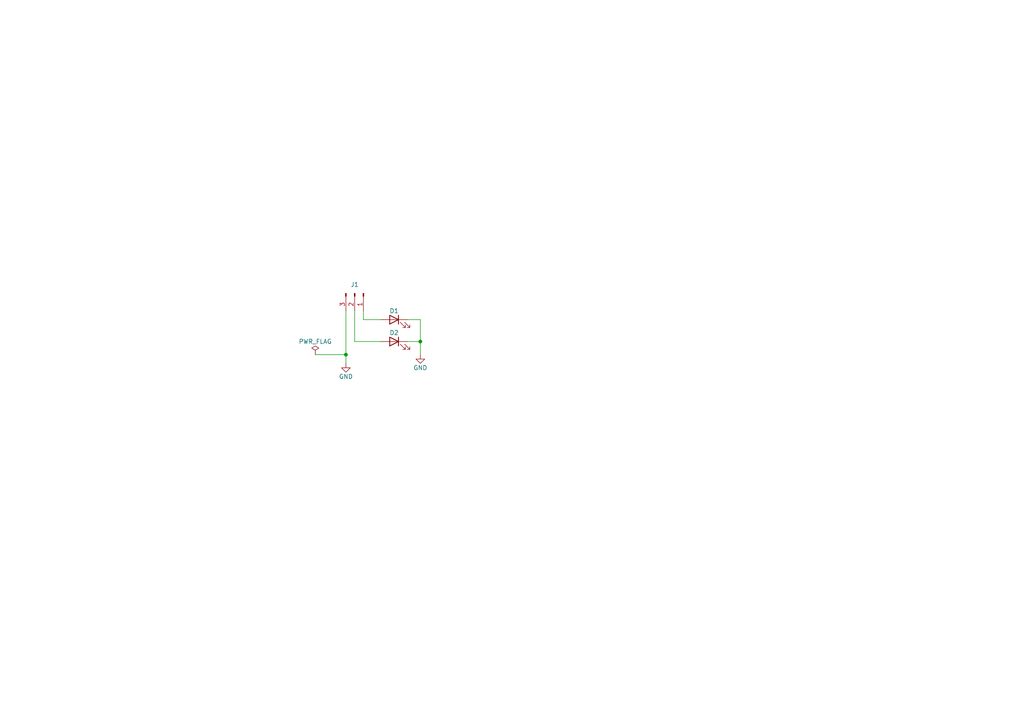
<source format=kicad_sch>
(kicad_sch (version 20230121) (generator eeschema)
  (paper "A4")
  (lib_symbols
    (symbol "Connector:Conn_01x03_Pin" (pin_names (offset 1.016) hide)
      (property "Reference" "J" (at 0 5.08 0))
      (property "Value" "Conn_01x03_Pin" (at 0 -5.08 0))
      (symbol "Conn_01x03_Pin_1_1"
        (polyline (pts (xy 1.27 -2.54) (xy 0.8636 -2.54)) (stroke (width 0.1524)))
        (polyline (pts (xy 1.27 0) (xy 0.8636 0)) (stroke (width 0.1524)))
        (polyline (pts (xy 1.27 2.54) (xy 0.8636 2.54)) (stroke (width 0.1524)))
        (rectangle (start 0.8636 -2.413) (end 0 -2.667) (stroke (width 0.1524)) (fill (type outline)))
        (rectangle (start 0.8636 0.127) (end 0 -0.127) (stroke (width 0.1524)) (fill (type outline)))
        (rectangle (start 0.8636 2.667) (end 0 2.413) (stroke (width 0.1524)) (fill (type outline)))
        (pin passive line (at 5.08 2.54 180) (length 3.81) (name "Pin_1") (number "1"))
        (pin passive line (at 5.08 0 180) (length 3.81) (name "Pin_2") (number "2"))
        (pin passive line (at 5.08 -2.54 180) (length 3.81) (name "Pin_3") (number "3"))
      )
    )
    (symbol "Device:LED" (pin_numbers hide) (pin_names (offset 1.016) hide)
      (property "Reference" "D" (at 0 2.54 0))
      (property "Value" "LED" (at 0 -2.54 0))
      (symbol "LED_0_1"
        (polyline (pts (xy -1.27 -1.27) (xy -1.27 1.27)) (stroke (width 0.254)))
        (polyline (pts (xy -1.27 0) (xy 1.27 0)))
        (polyline (pts (xy 1.27 -1.27) (xy 1.27 1.27) (xy -1.27 0) (xy 1.27 -1.27)) (stroke (width 0.254)))
        (polyline (pts (xy -3.048 -0.762) (xy -4.572 -2.286) (xy -3.81 -2.286) (xy -4.572 -2.286) (xy -4.572 -1.524)))
        (polyline (pts (xy -1.778 -0.762) (xy -3.302 -2.286) (xy -2.54 -2.286) (xy -3.302 -2.286) (xy -3.302 -1.524)))
      )
      (symbol "LED_1_1"
        (pin passive line (at -3.81 0 0) (length 2.54) (name "K") (number "1"))
        (pin passive line (at 3.81 0 180) (length 2.54) (name "A") (number "2"))
      )
    )
    (symbol "power:GND" (power) (pin_names (offset 0))
      (property "Value" "GND" (at 0 -3.81 0))
      (symbol "GND_0_1"
        (polyline (pts (xy 0 0) (xy 0 -1.27) (xy 1.27 -1.27) (xy 0 -2.54) (xy -1.27 -1.27) (xy 0 -1.27)))
      )
      (symbol "GND_1_1"
        (pin power_in line (at 0 0 270) (length 0) hide (name "GND") (number "1"))
      )
    )
    (symbol "power:PWR_FLAG" (power) (pin_numbers hide) (pin_names (offset 0) hide)
      (property "Value" "PWR_FLAG" (at 0 3.81 0))
      (symbol "PWR_FLAG_0_0"
        (pin power_out line (at 0 0 90) (length 0) (name "pwr") (number "1"))
      )
      (symbol "PWR_FLAG_0_1"
        (polyline (pts (xy 0 0) (xy 0 1.27) (xy -1.016 1.905) (xy 0 2.54) (xy 1.016 1.905) (xy 0 1.27)))
      )
    )
  )
  (junction (at 100.33 102.87))
  (junction (at 121.92 99.06))
  (wire (pts (xy 105.41 90.17) (xy 105.41 92.71)))
  (wire (pts (xy 118.11 99.06) (xy 121.92 99.06)))
  (wire (pts (xy 100.33 90.17) (xy 100.33 102.87)))
  (wire (pts (xy 102.87 90.17) (xy 102.87 99.06)))
  (wire (pts (xy 102.87 99.06) (xy 110.49 99.06)))
  (wire (pts (xy 118.11 92.71) (xy 121.92 92.71)))
  (wire (pts (xy 91.44 102.87) (xy 100.33 102.87)))
  (wire (pts (xy 121.92 92.71) (xy 121.92 99.06)))
  (wire (pts (xy 105.41 92.71) (xy 110.49 92.71)))
  (wire (pts (xy 121.92 99.06) (xy 121.92 102.87)))
  (wire (pts (xy 100.33 102.87) (xy 100.33 105.41)))
  (symbol (lib_id "power:GND") (at 100.33 105.41 0) (unit 1)
    (property "Reference" "#PWR02" (effects hide))
    (property "Value" "GND" (at 100.33 109.22 0))
  )
  (symbol (lib_id "Device:LED") (at 114.3 92.71 0) (mirror y) (unit 1)
    (property "Reference" "D1" (at 114.3 90.17 0))
    (property "Value" "LED" (effects hide))
    (property "Footprint" "LED_THT:LED_D3.0mm" (effects hide))
  )
  (symbol (lib_id "Connector:Conn_01x03_Pin") (at 102.87 85.09 270) (unit 1)
    (property "Reference" "J1" (at 102.87 82.55 90))
    (property "Value" "Conn_01x03_Pin" (effects hide))
    (property "Footprint" "Connector_PinSocket_2.54mm:PinSocket_1x03_P2.54mm_Vertical" (effects hide))
  )
  (symbol (lib_id "Device:LED") (at 114.3 99.06 0) (mirror y) (unit 1)
    (property "Reference" "D2" (at 114.3 96.52 0))
    (property "Value" "LED" (effects hide))
    (property "Footprint" "LED_THT:LED_D3.0mm" (effects hide))
  )
  (symbol (lib_id "power:GND") (at 121.92 102.87 0) (unit 1)
    (property "Reference" "#PWR01" (effects hide))
    (property "Value" "GND" (at 121.92 106.68 0))
  )
  (symbol (lib_id "power:PWR_FLAG") (at 91.44 102.87 0) (unit 1)
    (property "Reference" "#FLG01" (effects hide))
    (property "Value" "PWR_FLAG" (at 91.44 99.06 0))
  )
)
</source>
